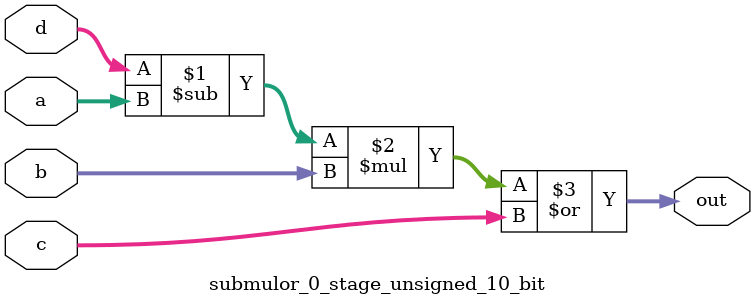
<source format=sv>
(* use_dsp = "yes" *) module submulor_0_stage_unsigned_10_bit(
	input  [9:0] a,
	input  [9:0] b,
	input  [9:0] c,
	input  [9:0] d,
	output [9:0] out
	);

	assign out = ((d - a) * b) | c;
endmodule

</source>
